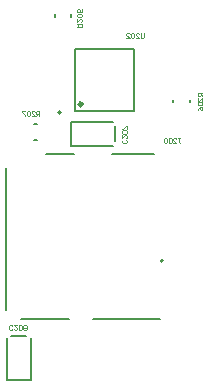
<source format=gbo>
G04 Layer_Color=32896*
%FSLAX43Y43*%
%MOMM*%
G71*
G01*
G75*
%ADD42C,0.200*%
%ADD43C,0.127*%
%ADD44C,0.152*%
%ADD45C,0.090*%
%ADD68C,0.300*%
D42*
X9944Y21350D02*
Y22650D01*
X6139Y23016D02*
X9695D01*
X6139Y20984D02*
Y23016D01*
Y20984D02*
X9695D01*
X1100Y4900D02*
X2400D01*
X734Y1095D02*
Y4651D01*
Y1095D02*
X2766D01*
Y4651D01*
D43*
X13959Y11240D02*
G03*
X13959Y11240I-101J0D01*
G01*
X5317Y23795D02*
G03*
X5317Y23795I-127J0D01*
G01*
X649Y7060D02*
Y19070D01*
X1939Y6325D02*
X5999D01*
X8019D02*
X13749D01*
X4049Y20275D02*
X6439D01*
X9619D02*
X13229D01*
X11530Y23900D02*
Y29130D01*
X6530Y23900D02*
Y29130D01*
X11530D01*
X6530Y23900D02*
X11530D01*
D44*
X4789Y31898D02*
Y32102D01*
X6211Y31898D02*
Y32102D01*
X16211Y24648D02*
Y24852D01*
X14789Y24648D02*
Y24852D01*
X3077Y21424D02*
X3280D01*
X3077Y22846D02*
X3280D01*
D45*
X15233Y21600D02*
X15367D01*
X15300D01*
Y21267D01*
X15367Y21200D01*
X15433D01*
X15500Y21267D01*
X14834Y21200D02*
X15100D01*
X14834Y21467D01*
Y21533D01*
X14900Y21600D01*
X15033D01*
X15100Y21533D01*
X14700D02*
X14634Y21600D01*
X14500D01*
X14434Y21533D01*
Y21267D01*
X14500Y21200D01*
X14634D01*
X14700Y21267D01*
Y21533D01*
X14300D02*
X14234Y21600D01*
X14100D01*
X14034Y21533D01*
Y21267D01*
X14100Y21200D01*
X14234D01*
X14300Y21267D01*
Y21533D01*
X10833Y21467D02*
X10900Y21400D01*
Y21267D01*
X10833Y21200D01*
X10567D01*
X10500Y21267D01*
Y21400D01*
X10567Y21467D01*
X10500Y21866D02*
Y21600D01*
X10767Y21866D01*
X10833D01*
X10900Y21800D01*
Y21667D01*
X10833Y21600D01*
Y22000D02*
X10900Y22066D01*
Y22200D01*
X10833Y22266D01*
X10567D01*
X10500Y22200D01*
Y22066D01*
X10567Y22000D01*
X10833D01*
X10900Y22400D02*
Y22666D01*
X10833D01*
X10567Y22400D01*
X10500D01*
X1215Y5435D02*
X1149Y5368D01*
X1015D01*
X949Y5435D01*
Y5701D01*
X1015Y5768D01*
X1149D01*
X1215Y5701D01*
X1615Y5768D02*
X1349D01*
X1615Y5501D01*
Y5435D01*
X1549Y5368D01*
X1415D01*
X1349Y5435D01*
X1748D02*
X1815Y5368D01*
X1948D01*
X2015Y5435D01*
Y5701D01*
X1948Y5768D01*
X1815D01*
X1748Y5701D01*
Y5435D01*
X2148D02*
X2215Y5368D01*
X2348D01*
X2415Y5435D01*
Y5501D01*
X2348Y5568D01*
X2415Y5635D01*
Y5701D01*
X2348Y5768D01*
X2215D01*
X2148Y5701D01*
Y5635D01*
X2215Y5568D01*
X2148Y5501D01*
Y5435D01*
X2215Y5568D02*
X2348D01*
X6672Y31052D02*
X7071D01*
Y31252D01*
X7005Y31319D01*
X6872D01*
X6805Y31252D01*
Y31052D01*
Y31185D02*
X6672Y31319D01*
Y31719D02*
Y31452D01*
X6938Y31719D01*
X7005D01*
X7071Y31652D01*
Y31519D01*
X7005Y31452D01*
Y31852D02*
X7071Y31918D01*
Y32052D01*
X7005Y32118D01*
X6738D01*
X6672Y32052D01*
Y31918D01*
X6738Y31852D01*
X7005D01*
X7071Y32518D02*
Y32252D01*
X6872D01*
X6938Y32385D01*
Y32452D01*
X6872Y32518D01*
X6738D01*
X6672Y32452D01*
Y32318D01*
X6738Y32252D01*
X17300Y25450D02*
X16900D01*
Y25250D01*
X16967Y25183D01*
X17100D01*
X17167Y25250D01*
Y25450D01*
Y25317D02*
X17300Y25183D01*
Y24784D02*
Y25050D01*
X17033Y24784D01*
X16967D01*
X16900Y24850D01*
Y24983D01*
X16967Y25050D01*
Y24650D02*
X16900Y24584D01*
Y24450D01*
X16967Y24384D01*
X17233D01*
X17300Y24450D01*
Y24584D01*
X17233Y24650D01*
X16967D01*
X16900Y23984D02*
X16967Y24117D01*
X17100Y24250D01*
X17233D01*
X17300Y24184D01*
Y24050D01*
X17233Y23984D01*
X17167D01*
X17100Y24050D01*
Y24250D01*
X3500Y23500D02*
Y23900D01*
X3300D01*
X3233Y23833D01*
Y23700D01*
X3300Y23633D01*
X3500D01*
X3367D02*
X3233Y23500D01*
X2834D02*
X3100D01*
X2834Y23767D01*
Y23833D01*
X2900Y23900D01*
X3033D01*
X3100Y23833D01*
X2700D02*
X2634Y23900D01*
X2500D01*
X2434Y23833D01*
Y23567D01*
X2500Y23500D01*
X2634D01*
X2700Y23567D01*
Y23833D01*
X2300Y23900D02*
X2034D01*
Y23833D01*
X2300Y23567D01*
Y23500D01*
X12330Y30496D02*
Y30163D01*
X12264Y30096D01*
X12130D01*
X12064Y30163D01*
Y30496D01*
X11664Y30096D02*
X11930D01*
X11664Y30363D01*
Y30429D01*
X11731Y30496D01*
X11864D01*
X11930Y30429D01*
X11531D02*
X11464Y30496D01*
X11331D01*
X11264Y30429D01*
Y30163D01*
X11331Y30096D01*
X11464D01*
X11531Y30163D01*
Y30429D01*
X10864Y30096D02*
X11131D01*
X10864Y30363D01*
Y30429D01*
X10931Y30496D01*
X11064D01*
X11131Y30429D01*
D68*
X7114Y24495D02*
G03*
X7114Y24495I-127J0D01*
G01*
M02*

</source>
